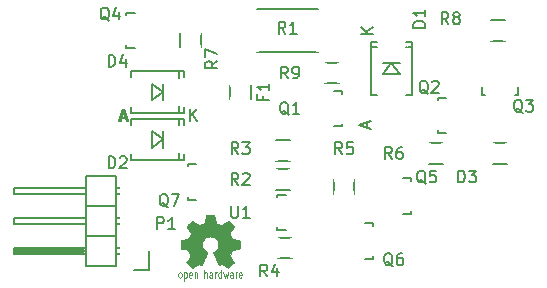
<source format=gbr>
G04 #@! TF.FileFunction,Legend,Top*
%FSLAX46Y46*%
G04 Gerber Fmt 4.6, Leading zero omitted, Abs format (unit mm)*
G04 Created by KiCad (PCBNEW 4.0.2-stable) date 9/21/2016 2:39:29 AM*
%MOMM*%
G01*
G04 APERTURE LIST*
%ADD10C,0.100000*%
%ADD11C,0.150000*%
%ADD12C,0.075000*%
%ADD13C,0.002540*%
%ADD14C,3.400000*%
%ADD15R,3.400000X3.400000*%
%ADD16R,1.900000X1.700000*%
%ADD17R,1.700000X1.900000*%
%ADD18R,2.432000X2.127200*%
%ADD19O,2.432000X2.127200*%
%ADD20R,2.200860X1.200100*%
%ADD21R,1.200100X2.200860*%
%ADD22R,3.100000X3.600000*%
G04 APERTURE END LIST*
D10*
D11*
X136600000Y-102320420D02*
X137301040Y-103270380D01*
X137301040Y-103270380D02*
X135898960Y-103270380D01*
X135898960Y-103270380D02*
X136600000Y-102320420D01*
X137301040Y-102320420D02*
X135898960Y-102320420D01*
X135200460Y-100569560D02*
X135350320Y-100569560D01*
X137999540Y-100569560D02*
X137849680Y-100569560D01*
X135200460Y-101020860D02*
X135401120Y-101020860D01*
X135251260Y-105070440D02*
X135350320Y-105070440D01*
X137948740Y-101020860D02*
X137798880Y-101020860D01*
X137999540Y-105070440D02*
X137849680Y-105070440D01*
X134849940Y-101020860D02*
X135200460Y-101020860D01*
X138350060Y-101020860D02*
X137999540Y-101020860D01*
X134849940Y-105070440D02*
X135200460Y-105070440D01*
X134849940Y-100569560D02*
X135200460Y-100569560D01*
X138350060Y-100569560D02*
X137999540Y-100569560D01*
X138350060Y-105070440D02*
X137999540Y-105070440D01*
X134849940Y-100569560D02*
X134849940Y-105070440D01*
X138350060Y-100569560D02*
X138350060Y-105070440D01*
X117299580Y-108820000D02*
X116349620Y-109521040D01*
X116349620Y-109521040D02*
X116349620Y-108118960D01*
X116349620Y-108118960D02*
X117299580Y-108820000D01*
X117299580Y-109521040D02*
X117299580Y-108118960D01*
X119050440Y-107420460D02*
X119050440Y-107570320D01*
X119050440Y-110219540D02*
X119050440Y-110069680D01*
X118599140Y-107420460D02*
X118599140Y-107621120D01*
X114549560Y-107471260D02*
X114549560Y-107570320D01*
X118599140Y-110168740D02*
X118599140Y-110018880D01*
X114549560Y-110219540D02*
X114549560Y-110069680D01*
X118599140Y-107069940D02*
X118599140Y-107420460D01*
X118599140Y-110570060D02*
X118599140Y-110219540D01*
X114549560Y-107069940D02*
X114549560Y-107420460D01*
X119050440Y-107069940D02*
X119050440Y-107420460D01*
X119050440Y-110570060D02*
X119050440Y-110219540D01*
X114549560Y-110570060D02*
X114549560Y-110219540D01*
X119050440Y-107069940D02*
X114549560Y-107069940D01*
X119050440Y-110570060D02*
X114549560Y-110570060D01*
X145200000Y-109145000D02*
X146400000Y-109145000D01*
X146400000Y-110895000D02*
X145200000Y-110895000D01*
X117299580Y-104820000D02*
X116349620Y-105521040D01*
X116349620Y-105521040D02*
X116349620Y-104118960D01*
X116349620Y-104118960D02*
X117299580Y-104820000D01*
X117299580Y-105521040D02*
X117299580Y-104118960D01*
X119050440Y-103420460D02*
X119050440Y-103570320D01*
X119050440Y-106219540D02*
X119050440Y-106069680D01*
X118599140Y-103420460D02*
X118599140Y-103621120D01*
X114549560Y-103471260D02*
X114549560Y-103570320D01*
X118599140Y-106168740D02*
X118599140Y-106018880D01*
X114549560Y-106219540D02*
X114549560Y-106069680D01*
X118599140Y-103069940D02*
X118599140Y-103420460D01*
X118599140Y-106570060D02*
X118599140Y-106219540D01*
X114549560Y-103069940D02*
X114549560Y-103420460D01*
X119050440Y-103069940D02*
X119050440Y-103420460D01*
X119050440Y-106570060D02*
X119050440Y-106219540D01*
X114549560Y-106570060D02*
X114549560Y-106219540D01*
X119050440Y-103069940D02*
X114549560Y-103069940D01*
X119050440Y-106570060D02*
X114549560Y-106570060D01*
X122925000Y-105420000D02*
X122925000Y-104220000D01*
X124675000Y-104220000D02*
X124675000Y-105420000D01*
X116100000Y-119850000D02*
X116100000Y-118300000D01*
X114800000Y-119850000D02*
X116100000Y-119850000D01*
X110609000Y-118427000D02*
X104767000Y-118427000D01*
X104767000Y-118427000D02*
X104767000Y-118173000D01*
X104767000Y-118173000D02*
X110609000Y-118173000D01*
X110609000Y-118173000D02*
X110609000Y-118300000D01*
X110609000Y-118300000D02*
X104767000Y-118300000D01*
X113276000Y-118554000D02*
X113657000Y-118554000D01*
X113276000Y-118046000D02*
X113657000Y-118046000D01*
X113276000Y-116014000D02*
X113657000Y-116014000D01*
X113276000Y-115506000D02*
X113657000Y-115506000D01*
X113276000Y-113474000D02*
X113657000Y-113474000D01*
X113276000Y-112966000D02*
X113657000Y-112966000D01*
X110736000Y-117030000D02*
X110736000Y-119570000D01*
X104640000Y-118046000D02*
X110736000Y-118046000D01*
X104640000Y-118554000D02*
X104640000Y-118046000D01*
X110736000Y-118554000D02*
X104640000Y-118554000D01*
X113276000Y-117030000D02*
X110736000Y-117030000D01*
X113276000Y-119570000D02*
X113276000Y-117030000D01*
X113276000Y-119570000D02*
X110736000Y-119570000D01*
X113276000Y-114490000D02*
X110736000Y-114490000D01*
X113276000Y-114490000D02*
X113276000Y-111950000D01*
X110736000Y-113474000D02*
X104640000Y-113474000D01*
X104640000Y-113474000D02*
X104640000Y-112966000D01*
X104640000Y-112966000D02*
X110736000Y-112966000D01*
X110736000Y-111950000D02*
X110736000Y-114490000D01*
X110736000Y-114490000D02*
X110736000Y-117030000D01*
X104640000Y-115506000D02*
X110736000Y-115506000D01*
X104640000Y-116014000D02*
X104640000Y-115506000D01*
X110736000Y-116014000D02*
X104640000Y-116014000D01*
X113276000Y-114490000D02*
X110736000Y-114490000D01*
X113276000Y-117030000D02*
X113276000Y-114490000D01*
X113276000Y-117030000D02*
X110736000Y-117030000D01*
X113276000Y-111950000D02*
X110736000Y-111950000D01*
X131749200Y-104720180D02*
X132450240Y-104720180D01*
X132450240Y-104720180D02*
X132450240Y-104969100D01*
X132450240Y-107519160D02*
X132450240Y-107719820D01*
X132450240Y-107719820D02*
X131749200Y-107719820D01*
X141250800Y-108319820D02*
X140549760Y-108319820D01*
X140549760Y-108319820D02*
X140549760Y-108070900D01*
X140549760Y-105520840D02*
X140549760Y-105320180D01*
X140549760Y-105320180D02*
X141250800Y-105320180D01*
X147299820Y-104369200D02*
X147299820Y-105070240D01*
X147299820Y-105070240D02*
X147050900Y-105070240D01*
X144500840Y-105070240D02*
X144300180Y-105070240D01*
X144300180Y-105070240D02*
X144300180Y-104369200D01*
X114850800Y-101119820D02*
X114149760Y-101119820D01*
X114149760Y-101119820D02*
X114149760Y-100870900D01*
X114149760Y-98320840D02*
X114149760Y-98120180D01*
X114149760Y-98120180D02*
X114850800Y-98120180D01*
X137549200Y-112120180D02*
X138250240Y-112120180D01*
X138250240Y-112120180D02*
X138250240Y-112369100D01*
X138250240Y-114919160D02*
X138250240Y-115119820D01*
X138250240Y-115119820D02*
X137549200Y-115119820D01*
X134349200Y-115920180D02*
X135050240Y-115920180D01*
X135050240Y-115920180D02*
X135050240Y-116169100D01*
X135050240Y-118719160D02*
X135050240Y-118919820D01*
X135050240Y-118919820D02*
X134349200Y-118919820D01*
X120050800Y-113919820D02*
X119349760Y-113919820D01*
X119349760Y-113919820D02*
X119349760Y-113670900D01*
X119349760Y-111120840D02*
X119349760Y-110920180D01*
X119349760Y-110920180D02*
X120050800Y-110920180D01*
X128000000Y-113095000D02*
X126800000Y-113095000D01*
X126800000Y-111345000D02*
X128000000Y-111345000D01*
X126800000Y-108895000D02*
X128000000Y-108895000D01*
X128000000Y-110645000D02*
X126800000Y-110645000D01*
X128200000Y-118895000D02*
X127000000Y-118895000D01*
X127000000Y-117145000D02*
X128200000Y-117145000D01*
X133475000Y-112220000D02*
X133475000Y-113420000D01*
X131725000Y-113420000D02*
X131725000Y-112220000D01*
X139800000Y-109145000D02*
X141000000Y-109145000D01*
X141000000Y-110895000D02*
X139800000Y-110895000D01*
X118725000Y-101020000D02*
X118725000Y-99820000D01*
X120475000Y-99820000D02*
X120475000Y-101020000D01*
X145000000Y-98745000D02*
X146200000Y-98745000D01*
X146200000Y-100495000D02*
X145000000Y-100495000D01*
X132200000Y-104095000D02*
X131000000Y-104095000D01*
X131000000Y-102345000D02*
X132200000Y-102345000D01*
X127650800Y-116519820D02*
X126949760Y-116519820D01*
X126949760Y-116519820D02*
X126949760Y-116270900D01*
X126949760Y-113720840D02*
X126949760Y-113520180D01*
X126949760Y-113520180D02*
X127650800Y-113520180D01*
X130400000Y-101445000D02*
X125200000Y-101445000D01*
X125200000Y-97795000D02*
X130400000Y-97795000D01*
D12*
X123410000Y-120090000D02*
X123410000Y-120550000D01*
X123500000Y-120090000D02*
X123550000Y-120090000D01*
X123450000Y-120120000D02*
X123500000Y-120090000D01*
X123430000Y-120140000D02*
X123450000Y-120120000D01*
X123410000Y-120210000D02*
X123430000Y-120140000D01*
X123850000Y-120550000D02*
X123900000Y-120520000D01*
X123750000Y-120550000D02*
X123850000Y-120550000D01*
X123710000Y-120520000D02*
X123750000Y-120550000D01*
X123690000Y-120450000D02*
X123710000Y-120520000D01*
X123690000Y-120180000D02*
X123690000Y-120450000D01*
X123720000Y-120120000D02*
X123690000Y-120180000D01*
X123760000Y-120090000D02*
X123720000Y-120120000D01*
X123860000Y-120090000D02*
X123760000Y-120090000D01*
X123900000Y-120130000D02*
X123860000Y-120090000D01*
X123920000Y-120200000D02*
X123900000Y-120130000D01*
X123920000Y-120320000D02*
X123920000Y-120200000D01*
X123920000Y-120320000D02*
X123690000Y-120320000D01*
X123170000Y-120180000D02*
X123170000Y-120550000D01*
X123140000Y-120120000D02*
X123170000Y-120180000D01*
X123100000Y-120090000D02*
X123140000Y-120120000D01*
X123000000Y-120090000D02*
X123100000Y-120090000D01*
X122950000Y-120120000D02*
X123000000Y-120090000D01*
X123010000Y-120280000D02*
X122960000Y-120310000D01*
X123130000Y-120280000D02*
X123010000Y-120280000D01*
X123170000Y-120250000D02*
X123130000Y-120280000D01*
X123120000Y-120550000D02*
X123170000Y-120510000D01*
X123000000Y-120550000D02*
X123120000Y-120550000D01*
X122950000Y-120510000D02*
X123000000Y-120550000D01*
X122930000Y-120450000D02*
X122950000Y-120510000D01*
X122930000Y-120380000D02*
X122930000Y-120450000D01*
X122960000Y-120310000D02*
X122930000Y-120380000D01*
X122380000Y-120090000D02*
X122480000Y-120550000D01*
X122480000Y-120550000D02*
X122570000Y-120210000D01*
X122570000Y-120210000D02*
X122670000Y-120550000D01*
X122670000Y-120550000D02*
X122770000Y-120090000D01*
X122190000Y-120520000D02*
X122150000Y-120550000D01*
X122150000Y-120550000D02*
X122040000Y-120550000D01*
X122040000Y-120550000D02*
X122000000Y-120520000D01*
X122000000Y-120520000D02*
X121980000Y-120490000D01*
X121980000Y-120490000D02*
X121950000Y-120420000D01*
X121950000Y-120420000D02*
X121950000Y-120220000D01*
X121950000Y-120220000D02*
X121980000Y-120150000D01*
X121980000Y-120150000D02*
X122000000Y-120120000D01*
X122000000Y-120120000D02*
X122060000Y-120080000D01*
X122060000Y-120080000D02*
X122130000Y-120080000D01*
X122130000Y-120080000D02*
X122190000Y-120120000D01*
X122190000Y-119850000D02*
X122190000Y-120550000D01*
X121670000Y-120210000D02*
X121690000Y-120140000D01*
X121690000Y-120140000D02*
X121710000Y-120120000D01*
X121710000Y-120120000D02*
X121760000Y-120090000D01*
X121760000Y-120090000D02*
X121810000Y-120090000D01*
X121670000Y-120090000D02*
X121670000Y-120550000D01*
X121220000Y-120310000D02*
X121190000Y-120380000D01*
X121190000Y-120380000D02*
X121190000Y-120450000D01*
X121190000Y-120450000D02*
X121210000Y-120510000D01*
X121210000Y-120510000D02*
X121260000Y-120550000D01*
X121260000Y-120550000D02*
X121380000Y-120550000D01*
X121380000Y-120550000D02*
X121430000Y-120510000D01*
X121430000Y-120250000D02*
X121390000Y-120280000D01*
X121390000Y-120280000D02*
X121270000Y-120280000D01*
X121270000Y-120280000D02*
X121220000Y-120310000D01*
X121210000Y-120120000D02*
X121260000Y-120090000D01*
X121260000Y-120090000D02*
X121360000Y-120090000D01*
X121360000Y-120090000D02*
X121400000Y-120120000D01*
X121400000Y-120120000D02*
X121430000Y-120180000D01*
X121430000Y-120180000D02*
X121430000Y-120550000D01*
X120760000Y-120160000D02*
X120780000Y-120120000D01*
X120780000Y-120120000D02*
X120830000Y-120090000D01*
X120830000Y-120090000D02*
X120910000Y-120090000D01*
X120910000Y-120090000D02*
X120950000Y-120120000D01*
X120950000Y-120120000D02*
X120970000Y-120180000D01*
X120970000Y-120180000D02*
X120970000Y-120550000D01*
X120760000Y-119850000D02*
X120760000Y-120550000D01*
X119710000Y-120320000D02*
X119480000Y-120320000D01*
X119930000Y-120150000D02*
X119950000Y-120120000D01*
X119950000Y-120120000D02*
X119990000Y-120090000D01*
X119990000Y-120090000D02*
X120080000Y-120090000D01*
X120080000Y-120090000D02*
X120120000Y-120120000D01*
X120120000Y-120120000D02*
X120140000Y-120180000D01*
X120140000Y-120180000D02*
X120140000Y-120550000D01*
X119930000Y-120090000D02*
X119930000Y-120550000D01*
X119710000Y-120320000D02*
X119710000Y-120200000D01*
X119710000Y-120200000D02*
X119690000Y-120130000D01*
X119690000Y-120130000D02*
X119650000Y-120090000D01*
X119650000Y-120090000D02*
X119550000Y-120090000D01*
X119550000Y-120090000D02*
X119510000Y-120120000D01*
X119510000Y-120120000D02*
X119480000Y-120180000D01*
X119480000Y-120180000D02*
X119480000Y-120450000D01*
X119480000Y-120450000D02*
X119500000Y-120520000D01*
X119500000Y-120520000D02*
X119540000Y-120550000D01*
X119540000Y-120550000D02*
X119640000Y-120550000D01*
X119640000Y-120550000D02*
X119690000Y-120520000D01*
X119050000Y-120120000D02*
X119090000Y-120090000D01*
X119090000Y-120090000D02*
X119190000Y-120090000D01*
X119190000Y-120090000D02*
X119230000Y-120120000D01*
X119230000Y-120120000D02*
X119260000Y-120150000D01*
X119260000Y-120150000D02*
X119280000Y-120210000D01*
X119280000Y-120210000D02*
X119280000Y-120430000D01*
X119280000Y-120430000D02*
X119260000Y-120490000D01*
X119260000Y-120490000D02*
X119240000Y-120520000D01*
X119240000Y-120520000D02*
X119200000Y-120550000D01*
X119200000Y-120550000D02*
X119100000Y-120550000D01*
X119100000Y-120550000D02*
X119050000Y-120520000D01*
X119050000Y-120790000D02*
X119050000Y-120090000D01*
X118740000Y-120090000D02*
X118660000Y-120090000D01*
X118660000Y-120090000D02*
X118620000Y-120120000D01*
X118620000Y-120120000D02*
X118600000Y-120150000D01*
X118600000Y-120150000D02*
X118570000Y-120220000D01*
X118660000Y-120550000D02*
X118740000Y-120550000D01*
X118740000Y-120550000D02*
X118790000Y-120520000D01*
X118790000Y-120520000D02*
X118810000Y-120490000D01*
X118810000Y-120490000D02*
X118830000Y-120420000D01*
X118830000Y-120420000D02*
X118830000Y-120220000D01*
X118830000Y-120220000D02*
X118810000Y-120160000D01*
X118810000Y-120160000D02*
X118790000Y-120130000D01*
X118790000Y-120130000D02*
X118740000Y-120090000D01*
X118570000Y-120220000D02*
X118570000Y-120420000D01*
X118570000Y-120420000D02*
X118590000Y-120480000D01*
X118590000Y-120480000D02*
X118610000Y-120510000D01*
X118610000Y-120510000D02*
X118660000Y-120550000D01*
D13*
G36*
X119736160Y-119715360D02*
X119761560Y-119700120D01*
X119819980Y-119664560D01*
X119903800Y-119608680D01*
X120002860Y-119542640D01*
X120101920Y-119476600D01*
X120183200Y-119423260D01*
X120239080Y-119385160D01*
X120264480Y-119372460D01*
X120277180Y-119377540D01*
X120322900Y-119400400D01*
X120391480Y-119435960D01*
X120432120Y-119456280D01*
X120493080Y-119481680D01*
X120526100Y-119489300D01*
X120531180Y-119479140D01*
X120554040Y-119430880D01*
X120589600Y-119349600D01*
X120635320Y-119240380D01*
X120691200Y-119113380D01*
X120747080Y-118978760D01*
X120805500Y-118839060D01*
X120861380Y-118704440D01*
X120909640Y-118585060D01*
X120950280Y-118488540D01*
X120975680Y-118419960D01*
X120985840Y-118392020D01*
X120983300Y-118384400D01*
X120950280Y-118353920D01*
X120896940Y-118313280D01*
X120777560Y-118216760D01*
X120660720Y-118071980D01*
X120589600Y-117906880D01*
X120566740Y-117721460D01*
X120587060Y-117551280D01*
X120653100Y-117388720D01*
X120767400Y-117241400D01*
X120907100Y-117132180D01*
X121069660Y-117063600D01*
X121250000Y-117040740D01*
X121422720Y-117061060D01*
X121590360Y-117127100D01*
X121737680Y-117238860D01*
X121801180Y-117309980D01*
X121887540Y-117459840D01*
X121935800Y-117617320D01*
X121940880Y-117657960D01*
X121933260Y-117833220D01*
X121882460Y-118003400D01*
X121788480Y-118153260D01*
X121658940Y-118277720D01*
X121643700Y-118287880D01*
X121585280Y-118333600D01*
X121544640Y-118364080D01*
X121514160Y-118389480D01*
X121737680Y-118927960D01*
X121773240Y-119011780D01*
X121834200Y-119159100D01*
X121887540Y-119286100D01*
X121930720Y-119387700D01*
X121961200Y-119453740D01*
X121973900Y-119481680D01*
X121973900Y-119484220D01*
X121994220Y-119486760D01*
X122034860Y-119471520D01*
X122111060Y-119435960D01*
X122159320Y-119410560D01*
X122217740Y-119382620D01*
X122243140Y-119372460D01*
X122266000Y-119385160D01*
X122319340Y-119420720D01*
X122400620Y-119474060D01*
X122497140Y-119537560D01*
X122588580Y-119601060D01*
X122672400Y-119656940D01*
X122733360Y-119695040D01*
X122763840Y-119712820D01*
X122768920Y-119712820D01*
X122794320Y-119697580D01*
X122842580Y-119656940D01*
X122916240Y-119588360D01*
X123020380Y-119484220D01*
X123035620Y-119468980D01*
X123121980Y-119382620D01*
X123190560Y-119308960D01*
X123236280Y-119258160D01*
X123254060Y-119235300D01*
X123254060Y-119235300D01*
X123238820Y-119204820D01*
X123200720Y-119143860D01*
X123144840Y-119057500D01*
X123076260Y-118958440D01*
X122898460Y-118699360D01*
X122994980Y-118455520D01*
X123025460Y-118379320D01*
X123063560Y-118290420D01*
X123091500Y-118224380D01*
X123106740Y-118196440D01*
X123132140Y-118186280D01*
X123200720Y-118171040D01*
X123297240Y-118150720D01*
X123411540Y-118130400D01*
X123523300Y-118110080D01*
X123622360Y-118089760D01*
X123693480Y-118077060D01*
X123726500Y-118069440D01*
X123734120Y-118064360D01*
X123741740Y-118049120D01*
X123744280Y-118016100D01*
X123746820Y-117955140D01*
X123749360Y-117861160D01*
X123749360Y-117721460D01*
X123749360Y-117706220D01*
X123746820Y-117576680D01*
X123744280Y-117470000D01*
X123741740Y-117403960D01*
X123736660Y-117376020D01*
X123736660Y-117376020D01*
X123706180Y-117368400D01*
X123635060Y-117353160D01*
X123536000Y-117335380D01*
X123416620Y-117312520D01*
X123409000Y-117309980D01*
X123292160Y-117287120D01*
X123193100Y-117266800D01*
X123121980Y-117251560D01*
X123094040Y-117241400D01*
X123086420Y-117233780D01*
X123063560Y-117188060D01*
X123030540Y-117114400D01*
X122989900Y-117025500D01*
X122951800Y-116931520D01*
X122918780Y-116847700D01*
X122895920Y-116786740D01*
X122888300Y-116758800D01*
X122890840Y-116756260D01*
X122908620Y-116728320D01*
X122949260Y-116667360D01*
X123005140Y-116583540D01*
X123073720Y-116481940D01*
X123078800Y-116474320D01*
X123147380Y-116375260D01*
X123203260Y-116288900D01*
X123238820Y-116230480D01*
X123254060Y-116202540D01*
X123254060Y-116200000D01*
X123231200Y-116169520D01*
X123180400Y-116113640D01*
X123106740Y-116037440D01*
X123020380Y-115948540D01*
X122992440Y-115923140D01*
X122893380Y-115826620D01*
X122827340Y-115765660D01*
X122784160Y-115732640D01*
X122763840Y-115725020D01*
X122763840Y-115725020D01*
X122733360Y-115742800D01*
X122669860Y-115783440D01*
X122586040Y-115841860D01*
X122484440Y-115910440D01*
X122476820Y-115915520D01*
X122377760Y-115984100D01*
X122293940Y-116039980D01*
X122235520Y-116080620D01*
X122207580Y-116095860D01*
X122205040Y-116095860D01*
X122164400Y-116083160D01*
X122093280Y-116057760D01*
X122004380Y-116024740D01*
X121912940Y-115986640D01*
X121829120Y-115951080D01*
X121765620Y-115923140D01*
X121735140Y-115905360D01*
X121735140Y-115905360D01*
X121724980Y-115869800D01*
X121707200Y-115793600D01*
X121686880Y-115692000D01*
X121661480Y-115570080D01*
X121658940Y-115549760D01*
X121636080Y-115430380D01*
X121618300Y-115331320D01*
X121603060Y-115262740D01*
X121595440Y-115234800D01*
X121580200Y-115232260D01*
X121521780Y-115227180D01*
X121432880Y-115224640D01*
X121323660Y-115224640D01*
X121211900Y-115224640D01*
X121102680Y-115227180D01*
X121008700Y-115229720D01*
X120940120Y-115234800D01*
X120912180Y-115239880D01*
X120912180Y-115242420D01*
X120902020Y-115280520D01*
X120884240Y-115354180D01*
X120863920Y-115458320D01*
X120841060Y-115580240D01*
X120835980Y-115603100D01*
X120813120Y-115719940D01*
X120792800Y-115819000D01*
X120780100Y-115885040D01*
X120772480Y-115912980D01*
X120759780Y-115918060D01*
X120711520Y-115938380D01*
X120632780Y-115971400D01*
X120533720Y-116012040D01*
X120305120Y-116103480D01*
X120023180Y-115912980D01*
X119997780Y-115895200D01*
X119896180Y-115826620D01*
X119814900Y-115770740D01*
X119756480Y-115732640D01*
X119733620Y-115719940D01*
X119731080Y-115719940D01*
X119703140Y-115745340D01*
X119647260Y-115798680D01*
X119571060Y-115872340D01*
X119482160Y-115958700D01*
X119418660Y-116024740D01*
X119339920Y-116103480D01*
X119291660Y-116156820D01*
X119263720Y-116189840D01*
X119256100Y-116210160D01*
X119258640Y-116225400D01*
X119276420Y-116253340D01*
X119317060Y-116314300D01*
X119375480Y-116400660D01*
X119444060Y-116499720D01*
X119499940Y-116583540D01*
X119560900Y-116677520D01*
X119599000Y-116743560D01*
X119614240Y-116776580D01*
X119609160Y-116789280D01*
X119591380Y-116845160D01*
X119555820Y-116928980D01*
X119515180Y-117028040D01*
X119416120Y-117249020D01*
X119271340Y-117276960D01*
X119182440Y-117294740D01*
X119060520Y-117317600D01*
X118941140Y-117340460D01*
X118758260Y-117376020D01*
X118750640Y-118051660D01*
X118778580Y-118064360D01*
X118806520Y-118071980D01*
X118875100Y-118087220D01*
X118971620Y-118107540D01*
X119088460Y-118127860D01*
X119184980Y-118145640D01*
X119284040Y-118165960D01*
X119355160Y-118178660D01*
X119385640Y-118186280D01*
X119395800Y-118196440D01*
X119418660Y-118244700D01*
X119454220Y-118320900D01*
X119494860Y-118412340D01*
X119532960Y-118506320D01*
X119568520Y-118595220D01*
X119591380Y-118661260D01*
X119601540Y-118694280D01*
X119588840Y-118722220D01*
X119550740Y-118780640D01*
X119497400Y-118861920D01*
X119428820Y-118960980D01*
X119362780Y-119057500D01*
X119304360Y-119141320D01*
X119266260Y-119202280D01*
X119248480Y-119230220D01*
X119258640Y-119248000D01*
X119296740Y-119296260D01*
X119370400Y-119372460D01*
X119482160Y-119481680D01*
X119499940Y-119499460D01*
X119586300Y-119583280D01*
X119659960Y-119651860D01*
X119713300Y-119697580D01*
X119736160Y-119715360D01*
X119736160Y-119715360D01*
G37*
X119736160Y-119715360D02*
X119761560Y-119700120D01*
X119819980Y-119664560D01*
X119903800Y-119608680D01*
X120002860Y-119542640D01*
X120101920Y-119476600D01*
X120183200Y-119423260D01*
X120239080Y-119385160D01*
X120264480Y-119372460D01*
X120277180Y-119377540D01*
X120322900Y-119400400D01*
X120391480Y-119435960D01*
X120432120Y-119456280D01*
X120493080Y-119481680D01*
X120526100Y-119489300D01*
X120531180Y-119479140D01*
X120554040Y-119430880D01*
X120589600Y-119349600D01*
X120635320Y-119240380D01*
X120691200Y-119113380D01*
X120747080Y-118978760D01*
X120805500Y-118839060D01*
X120861380Y-118704440D01*
X120909640Y-118585060D01*
X120950280Y-118488540D01*
X120975680Y-118419960D01*
X120985840Y-118392020D01*
X120983300Y-118384400D01*
X120950280Y-118353920D01*
X120896940Y-118313280D01*
X120777560Y-118216760D01*
X120660720Y-118071980D01*
X120589600Y-117906880D01*
X120566740Y-117721460D01*
X120587060Y-117551280D01*
X120653100Y-117388720D01*
X120767400Y-117241400D01*
X120907100Y-117132180D01*
X121069660Y-117063600D01*
X121250000Y-117040740D01*
X121422720Y-117061060D01*
X121590360Y-117127100D01*
X121737680Y-117238860D01*
X121801180Y-117309980D01*
X121887540Y-117459840D01*
X121935800Y-117617320D01*
X121940880Y-117657960D01*
X121933260Y-117833220D01*
X121882460Y-118003400D01*
X121788480Y-118153260D01*
X121658940Y-118277720D01*
X121643700Y-118287880D01*
X121585280Y-118333600D01*
X121544640Y-118364080D01*
X121514160Y-118389480D01*
X121737680Y-118927960D01*
X121773240Y-119011780D01*
X121834200Y-119159100D01*
X121887540Y-119286100D01*
X121930720Y-119387700D01*
X121961200Y-119453740D01*
X121973900Y-119481680D01*
X121973900Y-119484220D01*
X121994220Y-119486760D01*
X122034860Y-119471520D01*
X122111060Y-119435960D01*
X122159320Y-119410560D01*
X122217740Y-119382620D01*
X122243140Y-119372460D01*
X122266000Y-119385160D01*
X122319340Y-119420720D01*
X122400620Y-119474060D01*
X122497140Y-119537560D01*
X122588580Y-119601060D01*
X122672400Y-119656940D01*
X122733360Y-119695040D01*
X122763840Y-119712820D01*
X122768920Y-119712820D01*
X122794320Y-119697580D01*
X122842580Y-119656940D01*
X122916240Y-119588360D01*
X123020380Y-119484220D01*
X123035620Y-119468980D01*
X123121980Y-119382620D01*
X123190560Y-119308960D01*
X123236280Y-119258160D01*
X123254060Y-119235300D01*
X123254060Y-119235300D01*
X123238820Y-119204820D01*
X123200720Y-119143860D01*
X123144840Y-119057500D01*
X123076260Y-118958440D01*
X122898460Y-118699360D01*
X122994980Y-118455520D01*
X123025460Y-118379320D01*
X123063560Y-118290420D01*
X123091500Y-118224380D01*
X123106740Y-118196440D01*
X123132140Y-118186280D01*
X123200720Y-118171040D01*
X123297240Y-118150720D01*
X123411540Y-118130400D01*
X123523300Y-118110080D01*
X123622360Y-118089760D01*
X123693480Y-118077060D01*
X123726500Y-118069440D01*
X123734120Y-118064360D01*
X123741740Y-118049120D01*
X123744280Y-118016100D01*
X123746820Y-117955140D01*
X123749360Y-117861160D01*
X123749360Y-117721460D01*
X123749360Y-117706220D01*
X123746820Y-117576680D01*
X123744280Y-117470000D01*
X123741740Y-117403960D01*
X123736660Y-117376020D01*
X123736660Y-117376020D01*
X123706180Y-117368400D01*
X123635060Y-117353160D01*
X123536000Y-117335380D01*
X123416620Y-117312520D01*
X123409000Y-117309980D01*
X123292160Y-117287120D01*
X123193100Y-117266800D01*
X123121980Y-117251560D01*
X123094040Y-117241400D01*
X123086420Y-117233780D01*
X123063560Y-117188060D01*
X123030540Y-117114400D01*
X122989900Y-117025500D01*
X122951800Y-116931520D01*
X122918780Y-116847700D01*
X122895920Y-116786740D01*
X122888300Y-116758800D01*
X122890840Y-116756260D01*
X122908620Y-116728320D01*
X122949260Y-116667360D01*
X123005140Y-116583540D01*
X123073720Y-116481940D01*
X123078800Y-116474320D01*
X123147380Y-116375260D01*
X123203260Y-116288900D01*
X123238820Y-116230480D01*
X123254060Y-116202540D01*
X123254060Y-116200000D01*
X123231200Y-116169520D01*
X123180400Y-116113640D01*
X123106740Y-116037440D01*
X123020380Y-115948540D01*
X122992440Y-115923140D01*
X122893380Y-115826620D01*
X122827340Y-115765660D01*
X122784160Y-115732640D01*
X122763840Y-115725020D01*
X122763840Y-115725020D01*
X122733360Y-115742800D01*
X122669860Y-115783440D01*
X122586040Y-115841860D01*
X122484440Y-115910440D01*
X122476820Y-115915520D01*
X122377760Y-115984100D01*
X122293940Y-116039980D01*
X122235520Y-116080620D01*
X122207580Y-116095860D01*
X122205040Y-116095860D01*
X122164400Y-116083160D01*
X122093280Y-116057760D01*
X122004380Y-116024740D01*
X121912940Y-115986640D01*
X121829120Y-115951080D01*
X121765620Y-115923140D01*
X121735140Y-115905360D01*
X121735140Y-115905360D01*
X121724980Y-115869800D01*
X121707200Y-115793600D01*
X121686880Y-115692000D01*
X121661480Y-115570080D01*
X121658940Y-115549760D01*
X121636080Y-115430380D01*
X121618300Y-115331320D01*
X121603060Y-115262740D01*
X121595440Y-115234800D01*
X121580200Y-115232260D01*
X121521780Y-115227180D01*
X121432880Y-115224640D01*
X121323660Y-115224640D01*
X121211900Y-115224640D01*
X121102680Y-115227180D01*
X121008700Y-115229720D01*
X120940120Y-115234800D01*
X120912180Y-115239880D01*
X120912180Y-115242420D01*
X120902020Y-115280520D01*
X120884240Y-115354180D01*
X120863920Y-115458320D01*
X120841060Y-115580240D01*
X120835980Y-115603100D01*
X120813120Y-115719940D01*
X120792800Y-115819000D01*
X120780100Y-115885040D01*
X120772480Y-115912980D01*
X120759780Y-115918060D01*
X120711520Y-115938380D01*
X120632780Y-115971400D01*
X120533720Y-116012040D01*
X120305120Y-116103480D01*
X120023180Y-115912980D01*
X119997780Y-115895200D01*
X119896180Y-115826620D01*
X119814900Y-115770740D01*
X119756480Y-115732640D01*
X119733620Y-115719940D01*
X119731080Y-115719940D01*
X119703140Y-115745340D01*
X119647260Y-115798680D01*
X119571060Y-115872340D01*
X119482160Y-115958700D01*
X119418660Y-116024740D01*
X119339920Y-116103480D01*
X119291660Y-116156820D01*
X119263720Y-116189840D01*
X119256100Y-116210160D01*
X119258640Y-116225400D01*
X119276420Y-116253340D01*
X119317060Y-116314300D01*
X119375480Y-116400660D01*
X119444060Y-116499720D01*
X119499940Y-116583540D01*
X119560900Y-116677520D01*
X119599000Y-116743560D01*
X119614240Y-116776580D01*
X119609160Y-116789280D01*
X119591380Y-116845160D01*
X119555820Y-116928980D01*
X119515180Y-117028040D01*
X119416120Y-117249020D01*
X119271340Y-117276960D01*
X119182440Y-117294740D01*
X119060520Y-117317600D01*
X118941140Y-117340460D01*
X118758260Y-117376020D01*
X118750640Y-118051660D01*
X118778580Y-118064360D01*
X118806520Y-118071980D01*
X118875100Y-118087220D01*
X118971620Y-118107540D01*
X119088460Y-118127860D01*
X119184980Y-118145640D01*
X119284040Y-118165960D01*
X119355160Y-118178660D01*
X119385640Y-118186280D01*
X119395800Y-118196440D01*
X119418660Y-118244700D01*
X119454220Y-118320900D01*
X119494860Y-118412340D01*
X119532960Y-118506320D01*
X119568520Y-118595220D01*
X119591380Y-118661260D01*
X119601540Y-118694280D01*
X119588840Y-118722220D01*
X119550740Y-118780640D01*
X119497400Y-118861920D01*
X119428820Y-118960980D01*
X119362780Y-119057500D01*
X119304360Y-119141320D01*
X119266260Y-119202280D01*
X119248480Y-119230220D01*
X119258640Y-119248000D01*
X119296740Y-119296260D01*
X119370400Y-119372460D01*
X119482160Y-119481680D01*
X119499940Y-119499460D01*
X119586300Y-119583280D01*
X119659960Y-119651860D01*
X119713300Y-119697580D01*
X119736160Y-119715360D01*
D11*
X139452381Y-99358095D02*
X138452381Y-99358095D01*
X138452381Y-99120000D01*
X138500000Y-98977142D01*
X138595238Y-98881904D01*
X138690476Y-98834285D01*
X138880952Y-98786666D01*
X139023810Y-98786666D01*
X139214286Y-98834285D01*
X139309524Y-98881904D01*
X139404762Y-98977142D01*
X139452381Y-99120000D01*
X139452381Y-99358095D01*
X139452381Y-97834285D02*
X139452381Y-98405714D01*
X139452381Y-98120000D02*
X138452381Y-98120000D01*
X138595238Y-98215238D01*
X138690476Y-98310476D01*
X138738095Y-98405714D01*
X135052381Y-99881905D02*
X134052381Y-99881905D01*
X135052381Y-99310476D02*
X134480952Y-99739048D01*
X134052381Y-99310476D02*
X134623810Y-99881905D01*
X134566667Y-107858095D02*
X134566667Y-107381904D01*
X134852381Y-107953333D02*
X133852381Y-107620000D01*
X134852381Y-107286666D01*
X112661905Y-111272381D02*
X112661905Y-110272381D01*
X112900000Y-110272381D01*
X113042858Y-110320000D01*
X113138096Y-110415238D01*
X113185715Y-110510476D01*
X113233334Y-110700952D01*
X113233334Y-110843810D01*
X113185715Y-111034286D01*
X113138096Y-111129524D01*
X113042858Y-111224762D01*
X112900000Y-111272381D01*
X112661905Y-111272381D01*
X113614286Y-110367619D02*
X113661905Y-110320000D01*
X113757143Y-110272381D01*
X113995239Y-110272381D01*
X114090477Y-110320000D01*
X114138096Y-110367619D01*
X114185715Y-110462857D01*
X114185715Y-110558095D01*
X114138096Y-110700952D01*
X113566667Y-111272381D01*
X114185715Y-111272381D01*
X119538095Y-107272381D02*
X119538095Y-106272381D01*
X120109524Y-107272381D02*
X119680952Y-106700952D01*
X120109524Y-106272381D02*
X119538095Y-106843810D01*
X113661905Y-106986667D02*
X114138096Y-106986667D01*
X113566667Y-107272381D02*
X113900000Y-106272381D01*
X114233334Y-107272381D01*
X142261905Y-112472381D02*
X142261905Y-111472381D01*
X142500000Y-111472381D01*
X142642858Y-111520000D01*
X142738096Y-111615238D01*
X142785715Y-111710476D01*
X142833334Y-111900952D01*
X142833334Y-112043810D01*
X142785715Y-112234286D01*
X142738096Y-112329524D01*
X142642858Y-112424762D01*
X142500000Y-112472381D01*
X142261905Y-112472381D01*
X143166667Y-111472381D02*
X143785715Y-111472381D01*
X143452381Y-111853333D01*
X143595239Y-111853333D01*
X143690477Y-111900952D01*
X143738096Y-111948571D01*
X143785715Y-112043810D01*
X143785715Y-112281905D01*
X143738096Y-112377143D01*
X143690477Y-112424762D01*
X143595239Y-112472381D01*
X143309524Y-112472381D01*
X143214286Y-112424762D01*
X143166667Y-112377143D01*
X112661905Y-102672381D02*
X112661905Y-101672381D01*
X112900000Y-101672381D01*
X113042858Y-101720000D01*
X113138096Y-101815238D01*
X113185715Y-101910476D01*
X113233334Y-102100952D01*
X113233334Y-102243810D01*
X113185715Y-102434286D01*
X113138096Y-102529524D01*
X113042858Y-102624762D01*
X112900000Y-102672381D01*
X112661905Y-102672381D01*
X114090477Y-102005714D02*
X114090477Y-102672381D01*
X113852381Y-101624762D02*
X113614286Y-102339048D01*
X114233334Y-102339048D01*
X119538095Y-107272381D02*
X119538095Y-106272381D01*
X120109524Y-107272381D02*
X119680952Y-106700952D01*
X120109524Y-106272381D02*
X119538095Y-106843810D01*
X113761905Y-106986667D02*
X114238096Y-106986667D01*
X113666667Y-107272381D02*
X114000000Y-106272381D01*
X114333334Y-107272381D01*
X125728571Y-105153333D02*
X125728571Y-105486667D01*
X126252381Y-105486667D02*
X125252381Y-105486667D01*
X125252381Y-105010476D01*
X126252381Y-104105714D02*
X126252381Y-104677143D01*
X126252381Y-104391429D02*
X125252381Y-104391429D01*
X125395238Y-104486667D01*
X125490476Y-104581905D01*
X125538095Y-104677143D01*
X116761905Y-116422381D02*
X116761905Y-115422381D01*
X117142858Y-115422381D01*
X117238096Y-115470000D01*
X117285715Y-115517619D01*
X117333334Y-115612857D01*
X117333334Y-115755714D01*
X117285715Y-115850952D01*
X117238096Y-115898571D01*
X117142858Y-115946190D01*
X116761905Y-115946190D01*
X118285715Y-116422381D02*
X117714286Y-116422381D01*
X118000000Y-116422381D02*
X118000000Y-115422381D01*
X117904762Y-115565238D01*
X117809524Y-115660476D01*
X117714286Y-115708095D01*
X127904762Y-106767619D02*
X127809524Y-106720000D01*
X127714286Y-106624762D01*
X127571429Y-106481905D01*
X127476190Y-106434286D01*
X127380952Y-106434286D01*
X127428571Y-106672381D02*
X127333333Y-106624762D01*
X127238095Y-106529524D01*
X127190476Y-106339048D01*
X127190476Y-106005714D01*
X127238095Y-105815238D01*
X127333333Y-105720000D01*
X127428571Y-105672381D01*
X127619048Y-105672381D01*
X127714286Y-105720000D01*
X127809524Y-105815238D01*
X127857143Y-106005714D01*
X127857143Y-106339048D01*
X127809524Y-106529524D01*
X127714286Y-106624762D01*
X127619048Y-106672381D01*
X127428571Y-106672381D01*
X128809524Y-106672381D02*
X128238095Y-106672381D01*
X128523809Y-106672381D02*
X128523809Y-105672381D01*
X128428571Y-105815238D01*
X128333333Y-105910476D01*
X128238095Y-105958095D01*
X139704762Y-104967619D02*
X139609524Y-104920000D01*
X139514286Y-104824762D01*
X139371429Y-104681905D01*
X139276190Y-104634286D01*
X139180952Y-104634286D01*
X139228571Y-104872381D02*
X139133333Y-104824762D01*
X139038095Y-104729524D01*
X138990476Y-104539048D01*
X138990476Y-104205714D01*
X139038095Y-104015238D01*
X139133333Y-103920000D01*
X139228571Y-103872381D01*
X139419048Y-103872381D01*
X139514286Y-103920000D01*
X139609524Y-104015238D01*
X139657143Y-104205714D01*
X139657143Y-104539048D01*
X139609524Y-104729524D01*
X139514286Y-104824762D01*
X139419048Y-104872381D01*
X139228571Y-104872381D01*
X140038095Y-103967619D02*
X140085714Y-103920000D01*
X140180952Y-103872381D01*
X140419048Y-103872381D01*
X140514286Y-103920000D01*
X140561905Y-103967619D01*
X140609524Y-104062857D01*
X140609524Y-104158095D01*
X140561905Y-104300952D01*
X139990476Y-104872381D01*
X140609524Y-104872381D01*
X147704762Y-106567619D02*
X147609524Y-106520000D01*
X147514286Y-106424762D01*
X147371429Y-106281905D01*
X147276190Y-106234286D01*
X147180952Y-106234286D01*
X147228571Y-106472381D02*
X147133333Y-106424762D01*
X147038095Y-106329524D01*
X146990476Y-106139048D01*
X146990476Y-105805714D01*
X147038095Y-105615238D01*
X147133333Y-105520000D01*
X147228571Y-105472381D01*
X147419048Y-105472381D01*
X147514286Y-105520000D01*
X147609524Y-105615238D01*
X147657143Y-105805714D01*
X147657143Y-106139048D01*
X147609524Y-106329524D01*
X147514286Y-106424762D01*
X147419048Y-106472381D01*
X147228571Y-106472381D01*
X147990476Y-105472381D02*
X148609524Y-105472381D01*
X148276190Y-105853333D01*
X148419048Y-105853333D01*
X148514286Y-105900952D01*
X148561905Y-105948571D01*
X148609524Y-106043810D01*
X148609524Y-106281905D01*
X148561905Y-106377143D01*
X148514286Y-106424762D01*
X148419048Y-106472381D01*
X148133333Y-106472381D01*
X148038095Y-106424762D01*
X147990476Y-106377143D01*
X112704762Y-98767619D02*
X112609524Y-98720000D01*
X112514286Y-98624762D01*
X112371429Y-98481905D01*
X112276190Y-98434286D01*
X112180952Y-98434286D01*
X112228571Y-98672381D02*
X112133333Y-98624762D01*
X112038095Y-98529524D01*
X111990476Y-98339048D01*
X111990476Y-98005714D01*
X112038095Y-97815238D01*
X112133333Y-97720000D01*
X112228571Y-97672381D01*
X112419048Y-97672381D01*
X112514286Y-97720000D01*
X112609524Y-97815238D01*
X112657143Y-98005714D01*
X112657143Y-98339048D01*
X112609524Y-98529524D01*
X112514286Y-98624762D01*
X112419048Y-98672381D01*
X112228571Y-98672381D01*
X113514286Y-98005714D02*
X113514286Y-98672381D01*
X113276190Y-97624762D02*
X113038095Y-98339048D01*
X113657143Y-98339048D01*
X139504762Y-112567619D02*
X139409524Y-112520000D01*
X139314286Y-112424762D01*
X139171429Y-112281905D01*
X139076190Y-112234286D01*
X138980952Y-112234286D01*
X139028571Y-112472381D02*
X138933333Y-112424762D01*
X138838095Y-112329524D01*
X138790476Y-112139048D01*
X138790476Y-111805714D01*
X138838095Y-111615238D01*
X138933333Y-111520000D01*
X139028571Y-111472381D01*
X139219048Y-111472381D01*
X139314286Y-111520000D01*
X139409524Y-111615238D01*
X139457143Y-111805714D01*
X139457143Y-112139048D01*
X139409524Y-112329524D01*
X139314286Y-112424762D01*
X139219048Y-112472381D01*
X139028571Y-112472381D01*
X140361905Y-111472381D02*
X139885714Y-111472381D01*
X139838095Y-111948571D01*
X139885714Y-111900952D01*
X139980952Y-111853333D01*
X140219048Y-111853333D01*
X140314286Y-111900952D01*
X140361905Y-111948571D01*
X140409524Y-112043810D01*
X140409524Y-112281905D01*
X140361905Y-112377143D01*
X140314286Y-112424762D01*
X140219048Y-112472381D01*
X139980952Y-112472381D01*
X139885714Y-112424762D01*
X139838095Y-112377143D01*
X136704762Y-119567619D02*
X136609524Y-119520000D01*
X136514286Y-119424762D01*
X136371429Y-119281905D01*
X136276190Y-119234286D01*
X136180952Y-119234286D01*
X136228571Y-119472381D02*
X136133333Y-119424762D01*
X136038095Y-119329524D01*
X135990476Y-119139048D01*
X135990476Y-118805714D01*
X136038095Y-118615238D01*
X136133333Y-118520000D01*
X136228571Y-118472381D01*
X136419048Y-118472381D01*
X136514286Y-118520000D01*
X136609524Y-118615238D01*
X136657143Y-118805714D01*
X136657143Y-119139048D01*
X136609524Y-119329524D01*
X136514286Y-119424762D01*
X136419048Y-119472381D01*
X136228571Y-119472381D01*
X137514286Y-118472381D02*
X137323809Y-118472381D01*
X137228571Y-118520000D01*
X137180952Y-118567619D01*
X137085714Y-118710476D01*
X137038095Y-118900952D01*
X137038095Y-119281905D01*
X137085714Y-119377143D01*
X137133333Y-119424762D01*
X137228571Y-119472381D01*
X137419048Y-119472381D01*
X137514286Y-119424762D01*
X137561905Y-119377143D01*
X137609524Y-119281905D01*
X137609524Y-119043810D01*
X137561905Y-118948571D01*
X137514286Y-118900952D01*
X137419048Y-118853333D01*
X137228571Y-118853333D01*
X137133333Y-118900952D01*
X137085714Y-118948571D01*
X137038095Y-119043810D01*
X117704762Y-114567619D02*
X117609524Y-114520000D01*
X117514286Y-114424762D01*
X117371429Y-114281905D01*
X117276190Y-114234286D01*
X117180952Y-114234286D01*
X117228571Y-114472381D02*
X117133333Y-114424762D01*
X117038095Y-114329524D01*
X116990476Y-114139048D01*
X116990476Y-113805714D01*
X117038095Y-113615238D01*
X117133333Y-113520000D01*
X117228571Y-113472381D01*
X117419048Y-113472381D01*
X117514286Y-113520000D01*
X117609524Y-113615238D01*
X117657143Y-113805714D01*
X117657143Y-114139048D01*
X117609524Y-114329524D01*
X117514286Y-114424762D01*
X117419048Y-114472381D01*
X117228571Y-114472381D01*
X117990476Y-113472381D02*
X118657143Y-113472381D01*
X118228571Y-114472381D01*
X123633334Y-112672381D02*
X123300000Y-112196190D01*
X123061905Y-112672381D02*
X123061905Y-111672381D01*
X123442858Y-111672381D01*
X123538096Y-111720000D01*
X123585715Y-111767619D01*
X123633334Y-111862857D01*
X123633334Y-112005714D01*
X123585715Y-112100952D01*
X123538096Y-112148571D01*
X123442858Y-112196190D01*
X123061905Y-112196190D01*
X124014286Y-111767619D02*
X124061905Y-111720000D01*
X124157143Y-111672381D01*
X124395239Y-111672381D01*
X124490477Y-111720000D01*
X124538096Y-111767619D01*
X124585715Y-111862857D01*
X124585715Y-111958095D01*
X124538096Y-112100952D01*
X123966667Y-112672381D01*
X124585715Y-112672381D01*
X123633334Y-110072381D02*
X123300000Y-109596190D01*
X123061905Y-110072381D02*
X123061905Y-109072381D01*
X123442858Y-109072381D01*
X123538096Y-109120000D01*
X123585715Y-109167619D01*
X123633334Y-109262857D01*
X123633334Y-109405714D01*
X123585715Y-109500952D01*
X123538096Y-109548571D01*
X123442858Y-109596190D01*
X123061905Y-109596190D01*
X123966667Y-109072381D02*
X124585715Y-109072381D01*
X124252381Y-109453333D01*
X124395239Y-109453333D01*
X124490477Y-109500952D01*
X124538096Y-109548571D01*
X124585715Y-109643810D01*
X124585715Y-109881905D01*
X124538096Y-109977143D01*
X124490477Y-110024762D01*
X124395239Y-110072381D01*
X124109524Y-110072381D01*
X124014286Y-110024762D01*
X123966667Y-109977143D01*
X126083334Y-120422381D02*
X125750000Y-119946190D01*
X125511905Y-120422381D02*
X125511905Y-119422381D01*
X125892858Y-119422381D01*
X125988096Y-119470000D01*
X126035715Y-119517619D01*
X126083334Y-119612857D01*
X126083334Y-119755714D01*
X126035715Y-119850952D01*
X125988096Y-119898571D01*
X125892858Y-119946190D01*
X125511905Y-119946190D01*
X126940477Y-119755714D02*
X126940477Y-120422381D01*
X126702381Y-119374762D02*
X126464286Y-120089048D01*
X127083334Y-120089048D01*
X132433334Y-110072381D02*
X132100000Y-109596190D01*
X131861905Y-110072381D02*
X131861905Y-109072381D01*
X132242858Y-109072381D01*
X132338096Y-109120000D01*
X132385715Y-109167619D01*
X132433334Y-109262857D01*
X132433334Y-109405714D01*
X132385715Y-109500952D01*
X132338096Y-109548571D01*
X132242858Y-109596190D01*
X131861905Y-109596190D01*
X133338096Y-109072381D02*
X132861905Y-109072381D01*
X132814286Y-109548571D01*
X132861905Y-109500952D01*
X132957143Y-109453333D01*
X133195239Y-109453333D01*
X133290477Y-109500952D01*
X133338096Y-109548571D01*
X133385715Y-109643810D01*
X133385715Y-109881905D01*
X133338096Y-109977143D01*
X133290477Y-110024762D01*
X133195239Y-110072381D01*
X132957143Y-110072381D01*
X132861905Y-110024762D01*
X132814286Y-109977143D01*
X136633334Y-110472381D02*
X136300000Y-109996190D01*
X136061905Y-110472381D02*
X136061905Y-109472381D01*
X136442858Y-109472381D01*
X136538096Y-109520000D01*
X136585715Y-109567619D01*
X136633334Y-109662857D01*
X136633334Y-109805714D01*
X136585715Y-109900952D01*
X136538096Y-109948571D01*
X136442858Y-109996190D01*
X136061905Y-109996190D01*
X137490477Y-109472381D02*
X137300000Y-109472381D01*
X137204762Y-109520000D01*
X137157143Y-109567619D01*
X137061905Y-109710476D01*
X137014286Y-109900952D01*
X137014286Y-110281905D01*
X137061905Y-110377143D01*
X137109524Y-110424762D01*
X137204762Y-110472381D01*
X137395239Y-110472381D01*
X137490477Y-110424762D01*
X137538096Y-110377143D01*
X137585715Y-110281905D01*
X137585715Y-110043810D01*
X137538096Y-109948571D01*
X137490477Y-109900952D01*
X137395239Y-109853333D01*
X137204762Y-109853333D01*
X137109524Y-109900952D01*
X137061905Y-109948571D01*
X137014286Y-110043810D01*
X121852381Y-102186666D02*
X121376190Y-102520000D01*
X121852381Y-102758095D02*
X120852381Y-102758095D01*
X120852381Y-102377142D01*
X120900000Y-102281904D01*
X120947619Y-102234285D01*
X121042857Y-102186666D01*
X121185714Y-102186666D01*
X121280952Y-102234285D01*
X121328571Y-102281904D01*
X121376190Y-102377142D01*
X121376190Y-102758095D01*
X120852381Y-101853333D02*
X120852381Y-101186666D01*
X121852381Y-101615238D01*
X141433334Y-99072381D02*
X141100000Y-98596190D01*
X140861905Y-99072381D02*
X140861905Y-98072381D01*
X141242858Y-98072381D01*
X141338096Y-98120000D01*
X141385715Y-98167619D01*
X141433334Y-98262857D01*
X141433334Y-98405714D01*
X141385715Y-98500952D01*
X141338096Y-98548571D01*
X141242858Y-98596190D01*
X140861905Y-98596190D01*
X142004762Y-98500952D02*
X141909524Y-98453333D01*
X141861905Y-98405714D01*
X141814286Y-98310476D01*
X141814286Y-98262857D01*
X141861905Y-98167619D01*
X141909524Y-98120000D01*
X142004762Y-98072381D01*
X142195239Y-98072381D01*
X142290477Y-98120000D01*
X142338096Y-98167619D01*
X142385715Y-98262857D01*
X142385715Y-98310476D01*
X142338096Y-98405714D01*
X142290477Y-98453333D01*
X142195239Y-98500952D01*
X142004762Y-98500952D01*
X141909524Y-98548571D01*
X141861905Y-98596190D01*
X141814286Y-98691429D01*
X141814286Y-98881905D01*
X141861905Y-98977143D01*
X141909524Y-99024762D01*
X142004762Y-99072381D01*
X142195239Y-99072381D01*
X142290477Y-99024762D01*
X142338096Y-98977143D01*
X142385715Y-98881905D01*
X142385715Y-98691429D01*
X142338096Y-98596190D01*
X142290477Y-98548571D01*
X142195239Y-98500952D01*
X127833334Y-103672381D02*
X127500000Y-103196190D01*
X127261905Y-103672381D02*
X127261905Y-102672381D01*
X127642858Y-102672381D01*
X127738096Y-102720000D01*
X127785715Y-102767619D01*
X127833334Y-102862857D01*
X127833334Y-103005714D01*
X127785715Y-103100952D01*
X127738096Y-103148571D01*
X127642858Y-103196190D01*
X127261905Y-103196190D01*
X128309524Y-103672381D02*
X128500000Y-103672381D01*
X128595239Y-103624762D01*
X128642858Y-103577143D01*
X128738096Y-103434286D01*
X128785715Y-103243810D01*
X128785715Y-102862857D01*
X128738096Y-102767619D01*
X128690477Y-102720000D01*
X128595239Y-102672381D01*
X128404762Y-102672381D01*
X128309524Y-102720000D01*
X128261905Y-102767619D01*
X128214286Y-102862857D01*
X128214286Y-103100952D01*
X128261905Y-103196190D01*
X128309524Y-103243810D01*
X128404762Y-103291429D01*
X128595239Y-103291429D01*
X128690477Y-103243810D01*
X128738096Y-103196190D01*
X128785715Y-103100952D01*
X123038095Y-114472381D02*
X123038095Y-115281905D01*
X123085714Y-115377143D01*
X123133333Y-115424762D01*
X123228571Y-115472381D01*
X123419048Y-115472381D01*
X123514286Y-115424762D01*
X123561905Y-115377143D01*
X123609524Y-115281905D01*
X123609524Y-114472381D01*
X124609524Y-115472381D02*
X124038095Y-115472381D01*
X124323809Y-115472381D02*
X124323809Y-114472381D01*
X124228571Y-114615238D01*
X124133333Y-114710476D01*
X124038095Y-114758095D01*
X127633334Y-99872381D02*
X127300000Y-99396190D01*
X127061905Y-99872381D02*
X127061905Y-98872381D01*
X127442858Y-98872381D01*
X127538096Y-98920000D01*
X127585715Y-98967619D01*
X127633334Y-99062857D01*
X127633334Y-99205714D01*
X127585715Y-99300952D01*
X127538096Y-99348571D01*
X127442858Y-99396190D01*
X127061905Y-99396190D01*
X128585715Y-99872381D02*
X128014286Y-99872381D01*
X128300000Y-99872381D02*
X128300000Y-98872381D01*
X128204762Y-99015238D01*
X128109524Y-99110476D01*
X128014286Y-99158095D01*
%LPC*%
D14*
X140750000Y-116840000D03*
D15*
X140750000Y-101600000D03*
D10*
G36*
X135250650Y-97918460D02*
X137949350Y-97918460D01*
X137349910Y-101920180D01*
X135850090Y-101920180D01*
X135250650Y-97918460D01*
X135250650Y-97918460D01*
G37*
G36*
X137949350Y-107721540D02*
X135250650Y-107721540D01*
X135850090Y-103719820D01*
X137349910Y-103719820D01*
X137949350Y-107721540D01*
X137949350Y-107721540D01*
G37*
G36*
X121701540Y-107470650D02*
X121701540Y-110169350D01*
X117699820Y-109569910D01*
X117699820Y-108070090D01*
X121701540Y-107470650D01*
X121701540Y-107470650D01*
G37*
G36*
X111898460Y-110169350D02*
X111898460Y-107470650D01*
X115900180Y-108070090D01*
X115900180Y-109569910D01*
X111898460Y-110169350D01*
X111898460Y-110169350D01*
G37*
D16*
X147150000Y-110020000D03*
X144450000Y-110020000D03*
D10*
G36*
X121701540Y-103470650D02*
X121701540Y-106169350D01*
X117699820Y-105569910D01*
X117699820Y-104070090D01*
X121701540Y-103470650D01*
X121701540Y-103470650D01*
G37*
G36*
X111898460Y-106169350D02*
X111898460Y-103470650D01*
X115900180Y-104070090D01*
X115900180Y-105569910D01*
X111898460Y-106169350D01*
X111898460Y-106169350D01*
G37*
D17*
X123800000Y-103470000D03*
X123800000Y-106170000D03*
D18*
X114800000Y-118300000D03*
D19*
X114800000Y-115760000D03*
X114800000Y-113220000D03*
D18*
X145200000Y-118360000D03*
D19*
X145200000Y-115820000D03*
X145200000Y-113280000D03*
D20*
X130298860Y-105270000D03*
X130298860Y-107170000D03*
X133301140Y-106220000D03*
X142701140Y-107770000D03*
X142701140Y-105870000D03*
X139698860Y-106820000D03*
D21*
X146750000Y-102918860D03*
X144850000Y-102918860D03*
X145800000Y-105921140D03*
D20*
X116301140Y-100570000D03*
X116301140Y-98670000D03*
X113298860Y-99620000D03*
X136098860Y-112670000D03*
X136098860Y-114570000D03*
X139101140Y-113620000D03*
X132898860Y-116470000D03*
X132898860Y-118370000D03*
X135901140Y-117420000D03*
X121501140Y-113370000D03*
X121501140Y-111470000D03*
X118498860Y-112420000D03*
D16*
X126050000Y-112220000D03*
X128750000Y-112220000D03*
X128750000Y-109770000D03*
X126050000Y-109770000D03*
X126250000Y-118020000D03*
X128950000Y-118020000D03*
D17*
X132600000Y-114170000D03*
X132600000Y-111470000D03*
D16*
X141750000Y-110020000D03*
X139050000Y-110020000D03*
D17*
X119600000Y-99070000D03*
X119600000Y-101770000D03*
D16*
X146950000Y-99620000D03*
X144250000Y-99620000D03*
X130250000Y-103220000D03*
X132950000Y-103220000D03*
D20*
X129101140Y-115970000D03*
X129101140Y-114070000D03*
X126098860Y-115020000D03*
D22*
X123850000Y-99620000D03*
X131750000Y-99620000D03*
M02*

</source>
